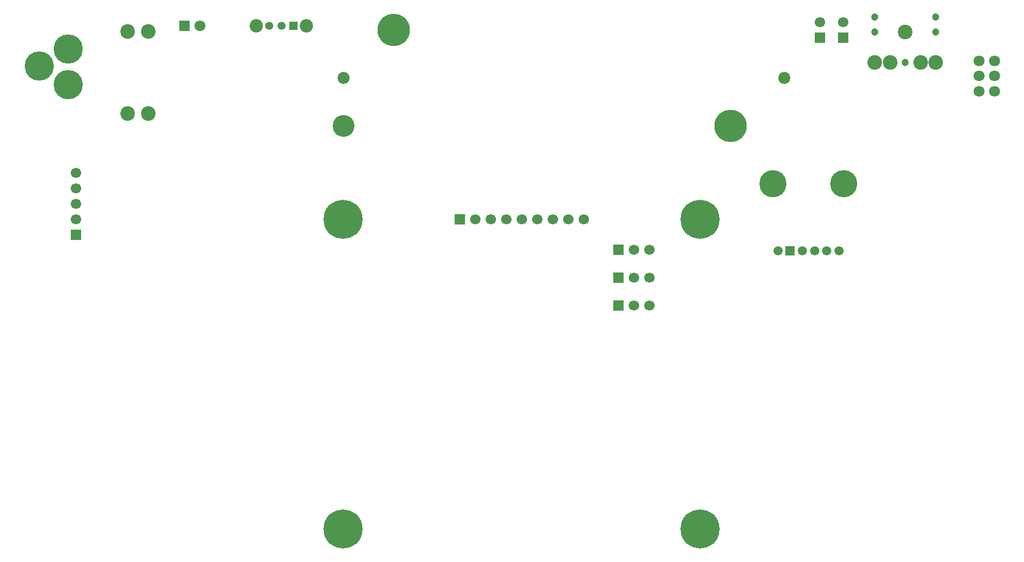
<source format=gbr>
%TF.GenerationSoftware,KiCad,Pcbnew,9.0.1*%
%TF.CreationDate,2025-04-16T22:38:01-05:00*%
%TF.ProjectId,mt,6d742e6b-6963-4616-945f-706362585858,rev?*%
%TF.SameCoordinates,Original*%
%TF.FileFunction,Soldermask,Bot*%
%TF.FilePolarity,Negative*%
%FSLAX46Y46*%
G04 Gerber Fmt 4.6, Leading zero omitted, Abs format (unit mm)*
G04 Created by KiCad (PCBNEW 9.0.1) date 2025-04-16 22:38:01*
%MOMM*%
%LPD*%
G01*
G04 APERTURE LIST*
%ADD10R,1.337000X1.337000*%
%ADD11C,1.337000*%
%ADD12C,2.190000*%
%ADD13C,2.400000*%
%ADD14R,1.700000X1.700000*%
%ADD15C,1.700000*%
%ADD16R,1.500000X1.500000*%
%ADD17C,1.500000*%
%ADD18C,4.455000*%
%ADD19C,0.800000*%
%ADD20C,6.400000*%
%ADD21C,1.200000*%
%ADD22C,1.800000*%
%ADD23C,4.800000*%
%ADD24R,1.800000X1.800000*%
%ADD25C,1.980000*%
%ADD26C,5.325000*%
%ADD27C,3.585000*%
G04 APERTURE END LIST*
D10*
%TO.C,S1*%
X94054000Y-21590000D03*
D11*
X92054000Y-21590000D03*
X90054000Y-21590000D03*
D12*
X96154000Y-21590000D03*
X87954000Y-21590000D03*
%TD*%
D13*
%TO.C,J2*%
X70280000Y-22475000D03*
X70280000Y-35945000D03*
X66880000Y-22475000D03*
X66880000Y-35945000D03*
%TD*%
D14*
%TO.C,J5*%
X121285000Y-53340000D03*
D15*
X123825000Y-53340000D03*
X126365000Y-53340000D03*
X128905000Y-53340000D03*
X131445000Y-53340000D03*
X133985000Y-53340000D03*
X136525000Y-53340000D03*
X139065000Y-53340000D03*
X141605000Y-53340000D03*
%TD*%
D14*
%TO.C,J7*%
X147320000Y-62865000D03*
D15*
X149860000Y-62865000D03*
X152400000Y-62865000D03*
%TD*%
D14*
%TO.C,J6*%
X147320000Y-67455000D03*
D15*
X149860000Y-67455000D03*
X152400000Y-67455000D03*
%TD*%
D16*
%TO.C,VR2*%
X175435000Y-58490000D03*
D17*
X173435000Y-58490000D03*
X183435000Y-58490000D03*
X177435000Y-58490000D03*
X179435000Y-58490000D03*
X181435000Y-58490000D03*
D18*
X172635000Y-47490000D03*
X184235000Y-47490000D03*
%TD*%
D19*
%TO.C,H1*%
X99795000Y-53340000D03*
X100497944Y-51642944D03*
X100497944Y-55037056D03*
X102195000Y-50940000D03*
D20*
X102195000Y-53340000D03*
D19*
X102195000Y-55740000D03*
X103892056Y-51642944D03*
X103892056Y-55037056D03*
X104595000Y-53340000D03*
%TD*%
D21*
%TO.C,J3*%
X199310000Y-20095000D03*
X189310000Y-20095000D03*
X199310000Y-22595000D03*
X189310000Y-22595000D03*
X194310000Y-27595000D03*
D13*
X194310000Y-22595000D03*
X189310000Y-27595000D03*
X199310000Y-27595000D03*
X191810000Y-27595000D03*
X196810000Y-27595000D03*
%TD*%
D14*
%TO.C,J8*%
X147320000Y-58275000D03*
D15*
X149860000Y-58275000D03*
X152400000Y-58275000D03*
%TD*%
D22*
%TO.C,VR1*%
X206415000Y-32305000D03*
X206415000Y-29805000D03*
X206415000Y-27305000D03*
X208915000Y-32305000D03*
X208915000Y-29805000D03*
X208915000Y-27305000D03*
%TD*%
D19*
%TO.C,H3*%
X99795000Y-104140000D03*
X100497944Y-102442944D03*
X100497944Y-105837056D03*
X102195000Y-101740000D03*
D20*
X102195000Y-104140000D03*
D19*
X102195000Y-106540000D03*
X103892056Y-102442944D03*
X103892056Y-105837056D03*
X104595000Y-104140000D03*
%TD*%
%TO.C,H2*%
X158295000Y-53340000D03*
X158997944Y-51642944D03*
X158997944Y-55037056D03*
X160695000Y-50940000D03*
D20*
X160695000Y-53340000D03*
D19*
X160695000Y-55740000D03*
X162392056Y-51642944D03*
X162392056Y-55037056D03*
X163095000Y-53340000D03*
%TD*%
D14*
%TO.C,J10*%
X180340000Y-23495000D03*
D15*
X180340000Y-20955000D03*
%TD*%
D23*
%TO.C,J1*%
X57150000Y-31200000D03*
X57150000Y-25400000D03*
X52350000Y-28200000D03*
%TD*%
D19*
%TO.C,H4*%
X158295000Y-104140000D03*
X158997944Y-102442944D03*
X158997944Y-105837056D03*
X160695000Y-101740000D03*
D20*
X160695000Y-104140000D03*
D19*
X160695000Y-106540000D03*
X162392056Y-102442944D03*
X162392056Y-105837056D03*
X163095000Y-104140000D03*
%TD*%
D24*
%TO.C,D1*%
X76200000Y-21590000D03*
D22*
X78740000Y-21590000D03*
%TD*%
D14*
%TO.C,J9*%
X184150000Y-23495000D03*
D15*
X184150000Y-20955000D03*
%TD*%
D14*
%TO.C,J4*%
X58420000Y-55880000D03*
D15*
X58420000Y-53340000D03*
X58420000Y-50800000D03*
X58420000Y-48260000D03*
X58420000Y-45720000D03*
%TD*%
D25*
%TO.C,U1*%
X102290000Y-30095000D03*
X174510000Y-30095000D03*
D26*
X165690000Y-37965000D03*
D27*
X102290000Y-37965000D03*
D26*
X110490000Y-22225000D03*
%TD*%
M02*

</source>
